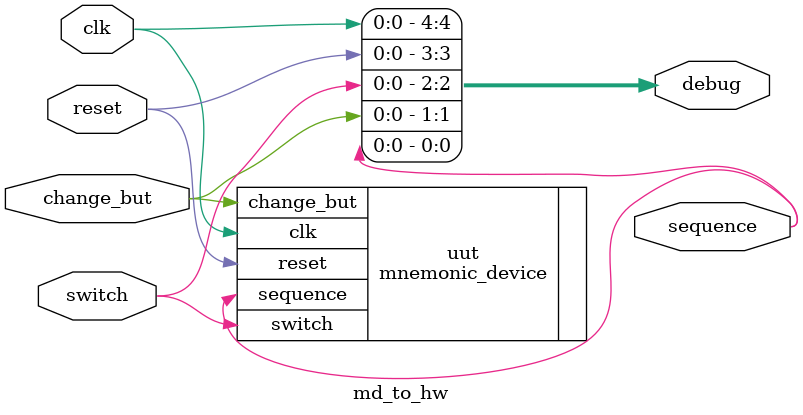
<source format=v>
`timescale 1ns / 1ps


module md_to_hw(
    input wire clk,
    input wire reset,
    input wire switch,
    input wire change_but,
    output wire sequence,
    output wire [4:0]debug
    );
    
    assign debug = {clk, reset, switch, change_but, sequence};
    
    mnemonic_device uut(.clk(clk),
                        .reset(reset),
                        .switch(switch),
                        .change_but(change_but),
                        .sequence(sequence));
endmodule

</source>
